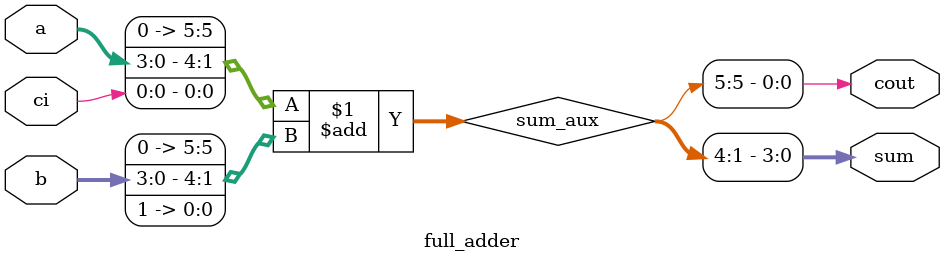
<source format=v>
module full_adder
	#(
		parameter N = 4
	)
	(
		input wire [N-1:0] a, b,
		input wire ci,
		output wire [N-1:0] sum,
		output wire cout
	);

	wire [N+1:0] sum_aux;
	assign sum_aux = {1'b0, a, ci} + {1'b0, b, 1'b1};
	//assign sum_aux = {1'b0, a, 1'b0} + {1'b0, b, 1'b1}; Toggle to fail
	assign sum = sum_aux[N:1];
	assign cout = sum_aux[N+1];

endmodule
</source>
